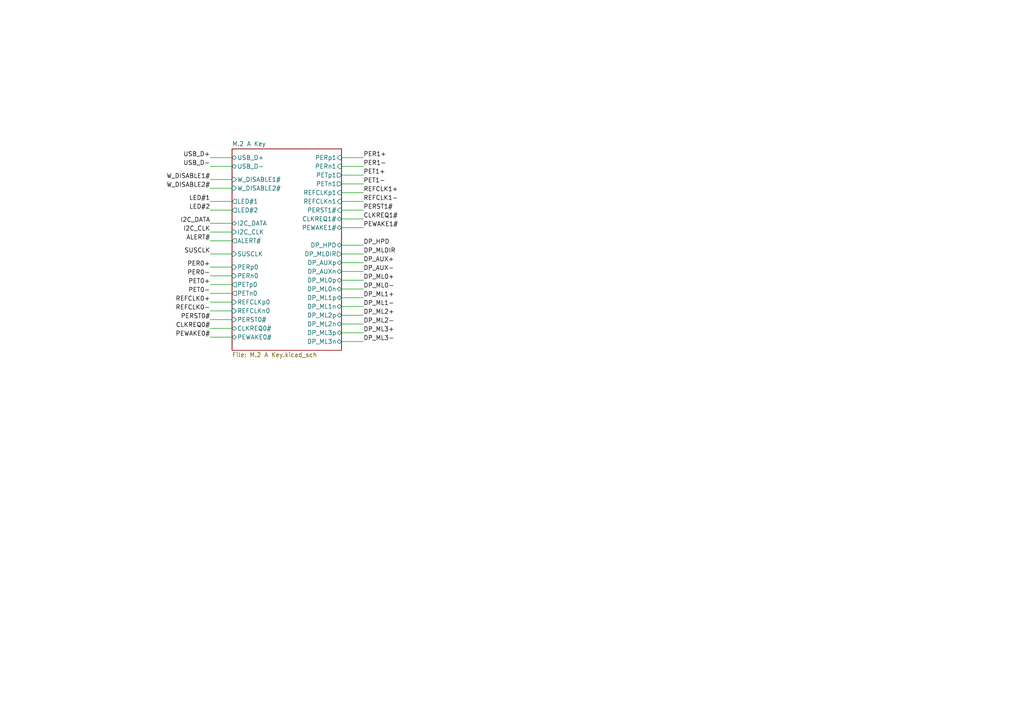
<source format=kicad_sch>
(kicad_sch
	(version 20250114)
	(generator "eeschema")
	(generator_version "9.0")
	(uuid "d860ad96-f876-4c6f-b0f4-127c756caa79")
	(paper "A4")
	(lib_symbols)
	(wire
		(pts
			(xy 60.96 60.96) (xy 67.31 60.96)
		)
		(stroke
			(width 0)
			(type default)
		)
		(uuid "10a6f68b-f640-405e-b0af-d28178b3aa92")
	)
	(wire
		(pts
			(xy 60.96 97.79) (xy 67.31 97.79)
		)
		(stroke
			(width 0)
			(type default)
		)
		(uuid "17d7383b-e420-4708-b4fc-aa52e87fae1a")
	)
	(wire
		(pts
			(xy 60.96 67.31) (xy 67.31 67.31)
		)
		(stroke
			(width 0)
			(type default)
		)
		(uuid "2197aaf0-bcbc-4457-83bd-8f0a0c6e5c05")
	)
	(wire
		(pts
			(xy 99.06 58.42) (xy 105.41 58.42)
		)
		(stroke
			(width 0)
			(type default)
		)
		(uuid "24843753-7307-433f-8d48-8001b4d5c662")
	)
	(wire
		(pts
			(xy 99.06 53.34) (xy 105.41 53.34)
		)
		(stroke
			(width 0)
			(type default)
		)
		(uuid "2d935ca8-25bc-4a5c-a194-1d52a5cec798")
	)
	(wire
		(pts
			(xy 99.06 86.36) (xy 105.41 86.36)
		)
		(stroke
			(width 0)
			(type default)
		)
		(uuid "31970cd3-b30a-4469-a1cc-78a147537f00")
	)
	(wire
		(pts
			(xy 99.06 66.04) (xy 105.41 66.04)
		)
		(stroke
			(width 0)
			(type default)
		)
		(uuid "36143372-be66-4638-a1d0-799a889d45d2")
	)
	(wire
		(pts
			(xy 99.06 81.28) (xy 105.41 81.28)
		)
		(stroke
			(width 0)
			(type default)
		)
		(uuid "393ba3bd-9ec7-4073-9379-bb0d85d8fa24")
	)
	(wire
		(pts
			(xy 99.06 93.98) (xy 105.41 93.98)
		)
		(stroke
			(width 0)
			(type default)
		)
		(uuid "3de1a331-240a-41ae-b543-5bbce53f8cdc")
	)
	(wire
		(pts
			(xy 99.06 50.8) (xy 105.41 50.8)
		)
		(stroke
			(width 0)
			(type default)
		)
		(uuid "4708b378-4d8e-4851-b0cd-23ae3e2a9148")
	)
	(wire
		(pts
			(xy 60.96 92.71) (xy 67.31 92.71)
		)
		(stroke
			(width 0)
			(type default)
		)
		(uuid "4f3241ba-0030-46b5-8da3-9d32ed6da466")
	)
	(wire
		(pts
			(xy 99.06 88.9) (xy 105.41 88.9)
		)
		(stroke
			(width 0)
			(type default)
		)
		(uuid "54cc06c4-1721-4405-9ab6-113da1b97f4d")
	)
	(wire
		(pts
			(xy 60.96 54.61) (xy 67.31 54.61)
		)
		(stroke
			(width 0)
			(type default)
		)
		(uuid "5ce8c25b-de61-4040-a639-8b291bfc5fb9")
	)
	(wire
		(pts
			(xy 99.06 60.96) (xy 105.41 60.96)
		)
		(stroke
			(width 0)
			(type default)
		)
		(uuid "5f4505ef-171a-4901-a2d9-22a80ddeab17")
	)
	(wire
		(pts
			(xy 60.96 95.25) (xy 67.31 95.25)
		)
		(stroke
			(width 0)
			(type default)
		)
		(uuid "659e2c41-7920-4840-a936-87edc75127d3")
	)
	(wire
		(pts
			(xy 60.96 73.66) (xy 67.31 73.66)
		)
		(stroke
			(width 0)
			(type default)
		)
		(uuid "66111a40-eaa5-4a7b-bc9b-874a8f0b757d")
	)
	(wire
		(pts
			(xy 60.96 82.55) (xy 67.31 82.55)
		)
		(stroke
			(width 0)
			(type default)
		)
		(uuid "67d7009f-02bb-42ab-a5b9-bb3221b63237")
	)
	(wire
		(pts
			(xy 99.06 71.12) (xy 105.41 71.12)
		)
		(stroke
			(width 0)
			(type default)
		)
		(uuid "6874ae75-f098-4fae-bd02-d057d948c65e")
	)
	(wire
		(pts
			(xy 60.96 80.01) (xy 67.31 80.01)
		)
		(stroke
			(width 0)
			(type default)
		)
		(uuid "7041e833-3d59-4642-835d-e7348b805f74")
	)
	(wire
		(pts
			(xy 60.96 45.72) (xy 67.31 45.72)
		)
		(stroke
			(width 0)
			(type default)
		)
		(uuid "8945b275-3cb4-42f2-aae2-a1325d3321a4")
	)
	(wire
		(pts
			(xy 99.06 78.74) (xy 105.41 78.74)
		)
		(stroke
			(width 0)
			(type default)
		)
		(uuid "94c5e0aa-030e-44cf-ba58-216fb9fbc6a4")
	)
	(wire
		(pts
			(xy 60.96 77.47) (xy 67.31 77.47)
		)
		(stroke
			(width 0)
			(type default)
		)
		(uuid "95b00afa-c20c-4bc6-8226-e6131faaf280")
	)
	(wire
		(pts
			(xy 99.06 73.66) (xy 105.41 73.66)
		)
		(stroke
			(width 0)
			(type default)
		)
		(uuid "a185a070-b4f6-4282-94a6-f9562032328c")
	)
	(wire
		(pts
			(xy 99.06 99.06) (xy 105.41 99.06)
		)
		(stroke
			(width 0)
			(type default)
		)
		(uuid "a4086748-7759-437f-a350-cad1722e0b17")
	)
	(wire
		(pts
			(xy 60.96 85.09) (xy 67.31 85.09)
		)
		(stroke
			(width 0)
			(type default)
		)
		(uuid "a514c834-738f-41a5-9848-faae779d5064")
	)
	(wire
		(pts
			(xy 99.06 91.44) (xy 105.41 91.44)
		)
		(stroke
			(width 0)
			(type default)
		)
		(uuid "a514f740-bf40-406d-8d0f-2b10c4723960")
	)
	(wire
		(pts
			(xy 60.96 64.77) (xy 67.31 64.77)
		)
		(stroke
			(width 0)
			(type default)
		)
		(uuid "a911f609-b237-48e4-a974-37fe4e8dfe23")
	)
	(wire
		(pts
			(xy 99.06 63.5) (xy 105.41 63.5)
		)
		(stroke
			(width 0)
			(type default)
		)
		(uuid "af1c6904-aed4-4429-846b-f092e420425e")
	)
	(wire
		(pts
			(xy 60.96 90.17) (xy 67.31 90.17)
		)
		(stroke
			(width 0)
			(type default)
		)
		(uuid "b306582c-2f96-4559-b5a2-33c9ab51113b")
	)
	(wire
		(pts
			(xy 99.06 83.82) (xy 105.41 83.82)
		)
		(stroke
			(width 0)
			(type default)
		)
		(uuid "b8e40cad-8231-449c-8e8d-28469bc862a1")
	)
	(wire
		(pts
			(xy 99.06 48.26) (xy 105.41 48.26)
		)
		(stroke
			(width 0)
			(type default)
		)
		(uuid "c6a63e5e-510a-41b8-9677-c7e72a38f857")
	)
	(wire
		(pts
			(xy 60.96 52.07) (xy 67.31 52.07)
		)
		(stroke
			(width 0)
			(type default)
		)
		(uuid "d5f03385-a959-4efc-97e6-6390de5ef0d6")
	)
	(wire
		(pts
			(xy 99.06 55.88) (xy 105.41 55.88)
		)
		(stroke
			(width 0)
			(type default)
		)
		(uuid "de62f661-10f0-45c2-bde6-4dac9ce8f07f")
	)
	(wire
		(pts
			(xy 60.96 69.85) (xy 67.31 69.85)
		)
		(stroke
			(width 0)
			(type default)
		)
		(uuid "dfc9c555-94cf-4ff2-a92b-469da77cd023")
	)
	(wire
		(pts
			(xy 99.06 96.52) (xy 105.41 96.52)
		)
		(stroke
			(width 0)
			(type default)
		)
		(uuid "e57c8ee7-d04c-487f-94bc-f0af17ebfd14")
	)
	(wire
		(pts
			(xy 60.96 48.26) (xy 67.31 48.26)
		)
		(stroke
			(width 0)
			(type default)
		)
		(uuid "e7860941-2034-4e84-8816-c049c040d503")
	)
	(wire
		(pts
			(xy 99.06 76.2) (xy 105.41 76.2)
		)
		(stroke
			(width 0)
			(type default)
		)
		(uuid "ec776945-2ba8-4c65-bd8f-208514916906")
	)
	(wire
		(pts
			(xy 99.06 45.72) (xy 105.41 45.72)
		)
		(stroke
			(width 0)
			(type default)
		)
		(uuid "f15306e8-d27c-4619-898d-3fb81f99ae66")
	)
	(wire
		(pts
			(xy 60.96 58.42) (xy 67.31 58.42)
		)
		(stroke
			(width 0)
			(type default)
		)
		(uuid "f9c95700-2ad2-4143-bb2b-4968291924c0")
	)
	(wire
		(pts
			(xy 60.96 87.63) (xy 67.31 87.63)
		)
		(stroke
			(width 0)
			(type default)
		)
		(uuid "ff06b498-c8de-4204-8ee4-9bd569d5c51c")
	)
	(label "DP_ML0+"
		(at 105.41 81.28 0)
		(effects
			(font
				(size 1.27 1.27)
			)
			(justify left bottom)
		)
		(uuid "01542b13-6062-4603-9cb4-03ff4086fe7c")
	)
	(label "REFCLK1+"
		(at 105.41 55.88 0)
		(effects
			(font
				(size 1.27 1.27)
			)
			(justify left bottom)
		)
		(uuid "058564e9-de83-4dcd-b35c-becef24366be")
	)
	(label "USB_D+"
		(at 60.96 45.72 180)
		(effects
			(font
				(size 1.27 1.27)
			)
			(justify right bottom)
		)
		(uuid "063fa6ed-3153-4231-8522-1285442b5578")
	)
	(label "PET1-"
		(at 105.41 53.34 0)
		(effects
			(font
				(size 1.27 1.27)
			)
			(justify left bottom)
		)
		(uuid "1207df0c-cdfc-4c8b-bd35-7e681135889b")
	)
	(label "PER1-"
		(at 105.41 48.26 0)
		(effects
			(font
				(size 1.27 1.27)
			)
			(justify left bottom)
		)
		(uuid "127300c5-ed44-4139-845a-419f4ad05bec")
	)
	(label "PER1+"
		(at 105.41 45.72 0)
		(effects
			(font
				(size 1.27 1.27)
			)
			(justify left bottom)
		)
		(uuid "177e6902-2196-426e-8690-1f1934a247dd")
	)
	(label "PET0+"
		(at 60.96 82.55 180)
		(effects
			(font
				(size 1.27 1.27)
			)
			(justify right bottom)
		)
		(uuid "1ce91525-a16b-4afd-9c7b-ccf6377aae35")
	)
	(label "I2C_CLK"
		(at 60.96 67.31 180)
		(effects
			(font
				(size 1.27 1.27)
			)
			(justify right bottom)
		)
		(uuid "1e301094-0a4b-48f8-a68a-2237f6082be4")
	)
	(label "PER0+"
		(at 60.96 77.47 180)
		(effects
			(font
				(size 1.27 1.27)
			)
			(justify right bottom)
		)
		(uuid "33e726fc-68df-4ca4-a371-8e879b7e0a82")
	)
	(label "PET0-"
		(at 60.96 85.09 180)
		(effects
			(font
				(size 1.27 1.27)
			)
			(justify right bottom)
		)
		(uuid "46e69d8a-e8a2-4921-88cf-a2a82e30ea88")
	)
	(label "DP_MLDIR"
		(at 105.41 73.66 0)
		(effects
			(font
				(size 1.27 1.27)
			)
			(justify left bottom)
		)
		(uuid "4704067c-200a-468b-bb67-9a1b0dda791b")
	)
	(label "DP_ML2-"
		(at 105.41 93.98 0)
		(effects
			(font
				(size 1.27 1.27)
			)
			(justify left bottom)
		)
		(uuid "538c1678-cabf-4bbf-9137-b5c6c756939c")
	)
	(label "CLKREQ0#"
		(at 60.96 95.25 180)
		(effects
			(font
				(size 1.27 1.27)
			)
			(justify right bottom)
		)
		(uuid "5ac7d41c-c623-402b-bdf0-06b77d0e4e84")
	)
	(label "PERST0#"
		(at 60.96 92.71 180)
		(effects
			(font
				(size 1.27 1.27)
			)
			(justify right bottom)
		)
		(uuid "5f83ac47-ea6b-4238-9ba3-a4f6a4ec559a")
	)
	(label "W_DISABLE2#"
		(at 60.96 54.61 180)
		(effects
			(font
				(size 1.27 1.27)
			)
			(justify right bottom)
		)
		(uuid "62ffcdec-476f-4380-acbe-2a7be8547187")
	)
	(label "DP_ML1-"
		(at 105.41 88.9 0)
		(effects
			(font
				(size 1.27 1.27)
			)
			(justify left bottom)
		)
		(uuid "664f645e-703e-4923-9f4e-b0c4cb98b817")
	)
	(label "USB_D-"
		(at 60.96 48.26 180)
		(effects
			(font
				(size 1.27 1.27)
			)
			(justify right bottom)
		)
		(uuid "69572808-baae-4c92-b4a8-f7b0a9fe1407")
	)
	(label "REFCLK0+"
		(at 60.96 87.63 180)
		(effects
			(font
				(size 1.27 1.27)
			)
			(justify right bottom)
		)
		(uuid "71e3cb1d-64a6-4db4-9a5d-feb9faa6d1f6")
	)
	(label "PER0-"
		(at 60.96 80.01 180)
		(effects
			(font
				(size 1.27 1.27)
			)
			(justify right bottom)
		)
		(uuid "749bcc57-bd15-470c-8b44-30d64401afaf")
	)
	(label "DP_AUX+"
		(at 105.41 76.2 0)
		(effects
			(font
				(size 1.27 1.27)
			)
			(justify left bottom)
		)
		(uuid "84e27ba2-672f-4bc7-b96f-612e895723d4")
	)
	(label "REFCLK1-"
		(at 105.41 58.42 0)
		(effects
			(font
				(size 1.27 1.27)
			)
			(justify left bottom)
		)
		(uuid "862a2e7c-cee2-4a4b-a0b6-70feb758a7e6")
	)
	(label "SUSCLK"
		(at 60.96 73.66 180)
		(effects
			(font
				(size 1.27 1.27)
			)
			(justify right bottom)
		)
		(uuid "8f1d4afe-f0f2-4e09-9d80-ccb6e419fee9")
	)
	(label "DP_ML0-"
		(at 105.41 83.82 0)
		(effects
			(font
				(size 1.27 1.27)
			)
			(justify left bottom)
		)
		(uuid "8f2312be-1e2d-4cbd-99fe-3caaa65ae5e4")
	)
	(label "DP_HPD"
		(at 105.41 71.12 0)
		(effects
			(font
				(size 1.27 1.27)
			)
			(justify left bottom)
		)
		(uuid "950ff141-7659-4a7f-ae5a-00284824ec94")
	)
	(label "PERST1#"
		(at 105.41 60.96 0)
		(effects
			(font
				(size 1.27 1.27)
			)
			(justify left bottom)
		)
		(uuid "9c9ac874-9531-4e21-bc78-27ef3e2eba8a")
	)
	(label "CLKREQ1#"
		(at 105.41 63.5 0)
		(effects
			(font
				(size 1.27 1.27)
			)
			(justify left bottom)
		)
		(uuid "9d13609b-caa6-4c1f-aad3-624bbde12980")
	)
	(label "PEWAKE0#"
		(at 60.96 97.79 180)
		(effects
			(font
				(size 1.27 1.27)
			)
			(justify right bottom)
		)
		(uuid "a27783e8-b955-4c46-a3eb-8e3dcb0f11f4")
	)
	(label "DP_AUX-"
		(at 105.41 78.74 0)
		(effects
			(font
				(size 1.27 1.27)
			)
			(justify left bottom)
		)
		(uuid "a36bb93d-e0c9-4311-b2b8-a2f9f29fac7f")
	)
	(label "REFCLK0-"
		(at 60.96 90.17 180)
		(effects
			(font
				(size 1.27 1.27)
			)
			(justify right bottom)
		)
		(uuid "a4828a89-d10a-43cb-977c-ca5312b9f865")
	)
	(label "DP_ML2+"
		(at 105.41 91.44 0)
		(effects
			(font
				(size 1.27 1.27)
			)
			(justify left bottom)
		)
		(uuid "ac991481-e248-4aa7-8784-a730b63755c1")
	)
	(label "DP_ML1+"
		(at 105.41 86.36 0)
		(effects
			(font
				(size 1.27 1.27)
			)
			(justify left bottom)
		)
		(uuid "b26d3b0e-5d97-469d-ba82-cc5f0543d9e5")
	)
	(label "LED#1"
		(at 60.96 58.42 180)
		(effects
			(font
				(size 1.27 1.27)
			)
			(justify right bottom)
		)
		(uuid "c9a91880-83e5-4c53-b68c-3419f986f14b")
	)
	(label "LED#2"
		(at 60.96 60.96 180)
		(effects
			(font
				(size 1.27 1.27)
			)
			(justify right bottom)
		)
		(uuid "d978007f-9c40-405a-b902-6f48c0249824")
	)
	(label "W_DISABLE1#"
		(at 60.96 52.07 180)
		(effects
			(font
				(size 1.27 1.27)
			)
			(justify right bottom)
		)
		(uuid "ee81f837-b5b1-4fcb-93e5-3ced2ebed9eb")
	)
	(label "PEWAKE1#"
		(at 105.41 66.04 0)
		(effects
			(font
				(size 1.27 1.27)
			)
			(justify left bottom)
		)
		(uuid "eeb87a50-0fd1-4200-967d-0c7a9188300c")
	)
	(label "ALERT#"
		(at 60.96 69.85 180)
		(effects
			(font
				(size 1.27 1.27)
			)
			(justify right bottom)
		)
		(uuid "f16d2967-02e6-407b-8bae-38ac9db53da6")
	)
	(label "DP_ML3+"
		(at 105.41 96.52 0)
		(effects
			(font
				(size 1.27 1.27)
			)
			(justify left bottom)
		)
		(uuid "f6acea53-b50a-452b-a3c7-8d40a24f2904")
	)
	(label "I2C_DATA"
		(at 60.96 64.77 180)
		(effects
			(font
				(size 1.27 1.27)
			)
			(justify right bottom)
		)
		(uuid "f700d319-b819-4a73-b2e2-b54b2a1dd7e9")
	)
	(label "DP_ML3-"
		(at 105.41 99.06 0)
		(effects
			(font
				(size 1.27 1.27)
			)
			(justify left bottom)
		)
		(uuid "f768a4e8-4cb7-449c-995a-a91840e12692")
	)
	(label "PET1+"
		(at 105.41 50.8 0)
		(effects
			(font
				(size 1.27 1.27)
			)
			(justify left bottom)
		)
		(uuid "fda06e0c-8638-4de4-af19-5b5f07cdeb85")
	)
	(sheet
		(at 67.31 43.18)
		(size 31.75 58.42)
		(exclude_from_sim no)
		(in_bom yes)
		(on_board yes)
		(dnp no)
		(fields_autoplaced yes)
		(stroke
			(width 0.1524)
			(type solid)
		)
		(fill
			(color 0 0 0 0.0000)
		)
		(uuid "3bd871cc-81cb-4545-a876-13b7672caf09")
		(property "Sheetname" "M.2 A Key"
			(at 67.31 42.4684 0)
			(effects
				(font
					(size 1.27 1.27)
				)
				(justify left bottom)
			)
		)
		(property "Sheetfile" "M.2 A Key.kicad_sch"
			(at 67.31 102.1846 0)
			(effects
				(font
					(size 1.27 1.27)
				)
				(justify left top)
			)
		)
		(pin "USB_D+" bidirectional
			(at 67.31 45.72 180)
			(uuid "4f97b61a-ddb7-482c-a916-cf2c37743c5b")
			(effects
				(font
					(size 1.27 1.27)
				)
				(justify left)
			)
		)
		(pin "USB_D-" bidirectional
			(at 67.31 48.26 180)
			(uuid "9285c244-c9c4-4db2-8191-ac1ab6572201")
			(effects
				(font
					(size 1.27 1.27)
				)
				(justify left)
			)
		)
		(pin "W_DISABLE1#" input
			(at 67.31 52.07 180)
			(uuid "aa5c070c-fb3d-4323-bf2c-b71c91b9d5c6")
			(effects
				(font
					(size 1.27 1.27)
				)
				(justify left)
			)
		)
		(pin "W_DISABLE2#" input
			(at 67.31 54.61 180)
			(uuid "499bb9a0-5502-4cac-b1ea-330de49c5ca4")
			(effects
				(font
					(size 1.27 1.27)
				)
				(justify left)
			)
		)
		(pin "LED#1" output
			(at 67.31 58.42 180)
			(uuid "738e7d4f-3a3d-42ec-94b9-50a823d11c8e")
			(effects
				(font
					(size 1.27 1.27)
				)
				(justify left)
			)
		)
		(pin "LED#2" output
			(at 67.31 60.96 180)
			(uuid "2b806b70-5df6-45ce-8c79-019d4bf99e79")
			(effects
				(font
					(size 1.27 1.27)
				)
				(justify left)
			)
		)
		(pin "I2C_DATA" bidirectional
			(at 67.31 64.77 180)
			(uuid "8d5c55c0-e92c-4eb5-a852-622e5af85d7d")
			(effects
				(font
					(size 1.27 1.27)
				)
				(justify left)
			)
		)
		(pin "I2C_CLK" input
			(at 67.31 67.31 180)
			(uuid "cffcb04e-cea4-46ea-a067-b29412fffedc")
			(effects
				(font
					(size 1.27 1.27)
				)
				(justify left)
			)
		)
		(pin "ALERT#" output
			(at 67.31 69.85 180)
			(uuid "a726a9a5-b98f-4c2b-9ce6-9e8a0dff8913")
			(effects
				(font
					(size 1.27 1.27)
				)
				(justify left)
			)
		)
		(pin "SUSCLK" input
			(at 67.31 73.66 180)
			(uuid "240d6969-1cec-498b-a95a-d1a47373dbf5")
			(effects
				(font
					(size 1.27 1.27)
				)
				(justify left)
			)
		)
		(pin "PERp0" input
			(at 67.31 77.47 180)
			(uuid "73ec8d77-c0d9-488c-b097-7d6beaa47eb3")
			(effects
				(font
					(size 1.27 1.27)
				)
				(justify left)
			)
		)
		(pin "PERn0" input
			(at 67.31 80.01 180)
			(uuid "b691feef-a183-4474-a6de-bf1adbad79b8")
			(effects
				(font
					(size 1.27 1.27)
				)
				(justify left)
			)
		)
		(pin "PERST0#" input
			(at 67.31 92.71 180)
			(uuid "dc792d18-d389-4fc9-acb0-55eb36b06cfb")
			(effects
				(font
					(size 1.27 1.27)
				)
				(justify left)
			)
		)
		(pin "CLKREQ0#" bidirectional
			(at 67.31 95.25 180)
			(uuid "2bc53578-6e95-4b70-aff3-0a427fbad734")
			(effects
				(font
					(size 1.27 1.27)
				)
				(justify left)
			)
		)
		(pin "PETn0" output
			(at 67.31 85.09 180)
			(uuid "3ed17bd9-38fb-4b2c-bedd-e8ef1c66ab6a")
			(effects
				(font
					(size 1.27 1.27)
				)
				(justify left)
			)
		)
		(pin "PETp0" output
			(at 67.31 82.55 180)
			(uuid "380386dd-6a93-40e3-921b-ab8c9069613a")
			(effects
				(font
					(size 1.27 1.27)
				)
				(justify left)
			)
		)
		(pin "REFCLKp0" input
			(at 67.31 87.63 180)
			(uuid "da45cf06-ac3a-435a-81f9-5cb663af0b6d")
			(effects
				(font
					(size 1.27 1.27)
				)
				(justify left)
			)
		)
		(pin "PEWAKE0#" bidirectional
			(at 67.31 97.79 180)
			(uuid "aadf2e5d-04b1-4d2f-bf43-05923939114b")
			(effects
				(font
					(size 1.27 1.27)
				)
				(justify left)
			)
		)
		(pin "REFCLKn0" input
			(at 67.31 90.17 180)
			(uuid "7e8c3fc5-a9b9-40ac-9d7c-2e1eb5a2998a")
			(effects
				(font
					(size 1.27 1.27)
				)
				(justify left)
			)
		)
		(pin "PEWAKE1#" bidirectional
			(at 99.06 66.04 0)
			(uuid "c01c3ad1-7863-437a-9fd4-5bf2016f34cb")
			(effects
				(font
					(size 1.27 1.27)
				)
				(justify right)
			)
		)
		(pin "PETp1" output
			(at 99.06 50.8 0)
			(uuid "b774c3cd-aec7-4390-8485-f9e3fdd3a3ab")
			(effects
				(font
					(size 1.27 1.27)
				)
				(justify right)
			)
		)
		(pin "PERn1" input
			(at 99.06 48.26 0)
			(uuid "1dd55f39-d765-45f6-b9d2-055c4c3eb977")
			(effects
				(font
					(size 1.27 1.27)
				)
				(justify right)
			)
		)
		(pin "REFCLKp1" input
			(at 99.06 55.88 0)
			(uuid "e9b92391-bc20-4b10-bfed-f92c89bede4f")
			(effects
				(font
					(size 1.27 1.27)
				)
				(justify right)
			)
		)
		(pin "PERp1" input
			(at 99.06 45.72 0)
			(uuid "a578689e-8d2e-41f3-b2a9-e4327a34d0eb")
			(effects
				(font
					(size 1.27 1.27)
				)
				(justify right)
			)
		)
		(pin "PETn1" output
			(at 99.06 53.34 0)
			(uuid "bc619568-4a26-4a44-900f-fd3414bbd586")
			(effects
				(font
					(size 1.27 1.27)
				)
				(justify right)
			)
		)
		(pin "REFCLKn1" input
			(at 99.06 58.42 0)
			(uuid "2fa56dcf-27b2-4eea-a051-15b1313e5990")
			(effects
				(font
					(size 1.27 1.27)
				)
				(justify right)
			)
		)
		(pin "PERST1#" input
			(at 99.06 60.96 0)
			(uuid "535b35fa-8ecb-4c19-90b8-c72f96441d36")
			(effects
				(font
					(size 1.27 1.27)
				)
				(justify right)
			)
		)
		(pin "CLKREQ1#" bidirectional
			(at 99.06 63.5 0)
			(uuid "65811345-a83d-44a0-9afd-3a56eac15ed5")
			(effects
				(font
					(size 1.27 1.27)
				)
				(justify right)
			)
		)
		(pin "DP_HPD" bidirectional
			(at 99.06 71.12 0)
			(uuid "72a72332-bb7c-4fb3-b481-f72778a6ff5b")
			(effects
				(font
					(size 1.27 1.27)
				)
				(justify right)
			)
		)
		(pin "DP_MLDIR" output
			(at 99.06 73.66 0)
			(uuid "af7d14af-a456-4b80-81d8-7abe0415473b")
			(effects
				(font
					(size 1.27 1.27)
				)
				(justify right)
			)
		)
		(pin "DP_AUXp" bidirectional
			(at 99.06 76.2 0)
			(uuid "6c5dc3f3-5ee6-40ac-ad92-e42dd2cc5282")
			(effects
				(font
					(size 1.27 1.27)
				)
				(justify right)
			)
		)
		(pin "DP_AUXn" bidirectional
			(at 99.06 78.74 0)
			(uuid "7f466c52-c0c7-48a6-961b-6beea6e90473")
			(effects
				(font
					(size 1.27 1.27)
				)
				(justify right)
			)
		)
		(pin "DP_ML0n" bidirectional
			(at 99.06 83.82 0)
			(uuid "77e6569b-254a-4b1b-beb6-faa3b31abc3a")
			(effects
				(font
					(size 1.27 1.27)
				)
				(justify right)
			)
		)
		(pin "DP_ML0p" bidirectional
			(at 99.06 81.28 0)
			(uuid "749938de-9dab-43eb-b534-454011a00bda")
			(effects
				(font
					(size 1.27 1.27)
				)
				(justify right)
			)
		)
		(pin "DP_ML1p" bidirectional
			(at 99.06 86.36 0)
			(uuid "f2dc4395-54d9-41d8-88a2-595129d75ae8")
			(effects
				(font
					(size 1.27 1.27)
				)
				(justify right)
			)
		)
		(pin "DP_ML1n" bidirectional
			(at 99.06 88.9 0)
			(uuid "7eecbbdb-c1a1-4376-8013-d06848055437")
			(effects
				(font
					(size 1.27 1.27)
				)
				(justify right)
			)
		)
		(pin "DP_ML2p" bidirectional
			(at 99.06 91.44 0)
			(uuid "c9dba0dd-2e77-40d5-a771-4c20540a894b")
			(effects
				(font
					(size 1.27 1.27)
				)
				(justify right)
			)
		)
		(pin "DP_ML2n" bidirectional
			(at 99.06 93.98 0)
			(uuid "cf31001f-cd7a-4593-b6a0-e766b4c01742")
			(effects
				(font
					(size 1.27 1.27)
				)
				(justify right)
			)
		)
		(pin "DP_ML3p" bidirectional
			(at 99.06 96.52 0)
			(uuid "546a0845-47e6-4487-a9b4-3f766d3b380f")
			(effects
				(font
					(size 1.27 1.27)
				)
				(justify right)
			)
		)
		(pin "DP_ML3n" bidirectional
			(at 99.06 99.06 0)
			(uuid "29de91ef-0804-4a82-8102-58ec4f7e081e")
			(effects
				(font
					(size 1.27 1.27)
				)
				(justify right)
			)
		)
		(instances
			(project "M.2 A Key 3060"
				(path "/d860ad96-f876-4c6f-b0f4-127c756caa79"
					(page "2")
				)
			)
		)
	)
	(sheet_instances
		(path "/"
			(page "1")
		)
	)
	(embedded_fonts no)
)

</source>
